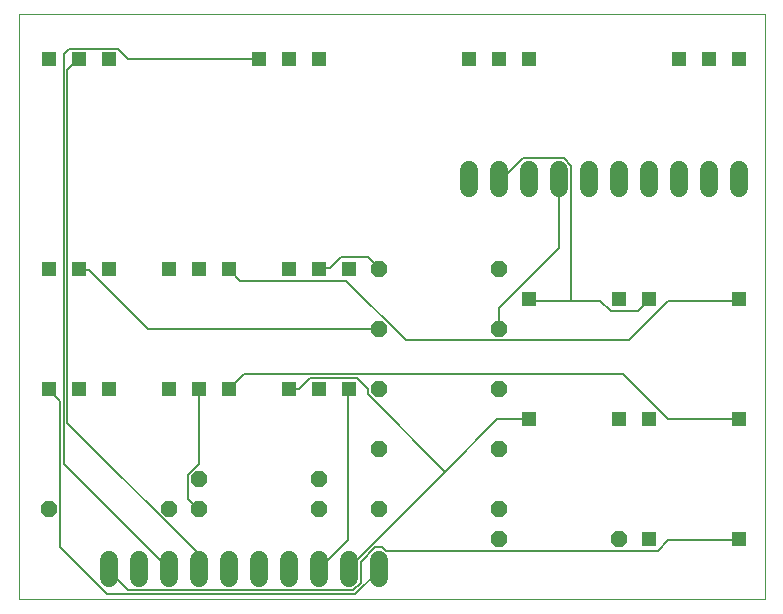
<source format=gbl>
G75*
%MOIN*%
%OFA0B0*%
%FSLAX25Y25*%
%IPPOS*%
%LPD*%
%AMOC8*
5,1,8,0,0,1.08239X$1,22.5*
%
%ADD10C,0.00000*%
%ADD11R,0.05150X0.05150*%
%ADD12C,0.06000*%
%ADD13OC8,0.05200*%
%ADD14C,0.00600*%
D10*
X0001000Y0001000D02*
X0001000Y0195961D01*
X0249701Y0195961D01*
X0249701Y0001000D01*
X0001000Y0001000D01*
D11*
X0011000Y0071000D03*
X0021000Y0071000D03*
X0031000Y0071000D03*
X0051000Y0071000D03*
X0061000Y0071000D03*
X0071000Y0071000D03*
X0091000Y0071000D03*
X0101000Y0071000D03*
X0111000Y0071000D03*
X0111000Y0111000D03*
X0101000Y0111000D03*
X0091000Y0111000D03*
X0071000Y0111000D03*
X0061000Y0111000D03*
X0051000Y0111000D03*
X0031000Y0111000D03*
X0021000Y0111000D03*
X0011000Y0111000D03*
X0011000Y0181000D03*
X0021000Y0181000D03*
X0031000Y0181000D03*
X0081000Y0181000D03*
X0091000Y0181000D03*
X0101000Y0181000D03*
X0151000Y0181000D03*
X0161000Y0181000D03*
X0171000Y0181000D03*
X0221000Y0181000D03*
X0231000Y0181000D03*
X0241000Y0181000D03*
X0241000Y0101000D03*
X0211000Y0101000D03*
X0201000Y0101000D03*
X0171000Y0101000D03*
X0171000Y0061000D03*
X0201000Y0061000D03*
X0211000Y0061000D03*
X0241000Y0061000D03*
X0241000Y0021000D03*
X0211000Y0021000D03*
D12*
X0121000Y0014000D02*
X0121000Y0008000D01*
X0111000Y0008000D02*
X0111000Y0014000D01*
X0101000Y0014000D02*
X0101000Y0008000D01*
X0091000Y0008000D02*
X0091000Y0014000D01*
X0081000Y0014000D02*
X0081000Y0008000D01*
X0071000Y0008000D02*
X0071000Y0014000D01*
X0061000Y0014000D02*
X0061000Y0008000D01*
X0051000Y0008000D02*
X0051000Y0014000D01*
X0041000Y0014000D02*
X0041000Y0008000D01*
X0031000Y0008000D02*
X0031000Y0014000D01*
X0151000Y0138000D02*
X0151000Y0144000D01*
X0161000Y0144000D02*
X0161000Y0138000D01*
X0171000Y0138000D02*
X0171000Y0144000D01*
X0181000Y0144000D02*
X0181000Y0138000D01*
X0191000Y0138000D02*
X0191000Y0144000D01*
X0201000Y0144000D02*
X0201000Y0138000D01*
X0211000Y0138000D02*
X0211000Y0144000D01*
X0221000Y0144000D02*
X0221000Y0138000D01*
X0231000Y0138000D02*
X0231000Y0144000D01*
X0241000Y0144000D02*
X0241000Y0138000D01*
D13*
X0161000Y0111000D03*
X0161000Y0091000D03*
X0161000Y0071000D03*
X0161000Y0051000D03*
X0161000Y0031000D03*
X0161000Y0021000D03*
X0201000Y0021000D03*
X0121000Y0031000D03*
X0101000Y0031000D03*
X0101000Y0041000D03*
X0121000Y0051000D03*
X0121000Y0071000D03*
X0121000Y0091000D03*
X0121000Y0111000D03*
X0061000Y0041000D03*
X0061000Y0031000D03*
X0051000Y0031000D03*
X0011000Y0031000D03*
D14*
X0014800Y0018400D02*
X0014800Y0067000D01*
X0011200Y0070600D01*
X0011000Y0071000D01*
X0017200Y0059800D02*
X0017200Y0177400D01*
X0020800Y0181000D01*
X0021000Y0181000D01*
X0017800Y0184600D02*
X0016000Y0182800D01*
X0016000Y0046000D01*
X0051000Y0011000D01*
X0061000Y0011000D02*
X0061000Y0016000D01*
X0017200Y0059800D01*
X0044200Y0091000D02*
X0121000Y0091000D01*
X0130000Y0087400D02*
X0110200Y0107200D01*
X0074800Y0107200D01*
X0071000Y0111000D01*
X0044200Y0091000D02*
X0024400Y0110800D01*
X0021400Y0110800D01*
X0021000Y0111000D01*
X0061000Y0071000D02*
X0061000Y0046000D01*
X0057400Y0042400D01*
X0057400Y0034600D01*
X0061000Y0031000D01*
X0037600Y0004000D02*
X0031000Y0010600D01*
X0031000Y0011000D01*
X0037600Y0004000D02*
X0112600Y0004000D01*
X0115000Y0006400D01*
X0115000Y0013600D01*
X0119800Y0018400D01*
X0122200Y0018400D01*
X0123400Y0017200D01*
X0214000Y0017200D01*
X0217600Y0020800D01*
X0241000Y0020800D01*
X0241000Y0021000D01*
X0241000Y0061000D02*
X0217600Y0061000D01*
X0202600Y0076000D01*
X0076000Y0076000D01*
X0071000Y0071000D01*
X0091000Y0071200D02*
X0091000Y0071000D01*
X0091000Y0071200D02*
X0094600Y0071200D01*
X0098200Y0074800D01*
X0113800Y0074800D01*
X0117400Y0071200D01*
X0117400Y0069400D01*
X0143200Y0043600D01*
X0113800Y0014200D01*
X0113800Y0013600D01*
X0111400Y0011200D01*
X0111000Y0011000D01*
X0113200Y0002800D02*
X0030400Y0002800D01*
X0014800Y0018400D01*
X0101000Y0011000D02*
X0110800Y0020800D01*
X0110800Y0070600D01*
X0111000Y0071000D01*
X0130000Y0087400D02*
X0204400Y0087400D01*
X0217600Y0100600D01*
X0241000Y0100600D01*
X0241000Y0101000D01*
X0211000Y0101000D02*
X0211000Y0100600D01*
X0207400Y0097000D01*
X0198400Y0097000D01*
X0194800Y0100600D01*
X0185200Y0100600D01*
X0185200Y0145600D01*
X0182800Y0148000D01*
X0169000Y0148000D01*
X0162400Y0141400D01*
X0161200Y0141400D01*
X0161000Y0141000D01*
X0181000Y0141000D02*
X0181000Y0118000D01*
X0161200Y0098200D01*
X0161200Y0091000D01*
X0161000Y0091000D01*
X0171000Y0101000D02*
X0171400Y0100600D01*
X0185200Y0100600D01*
X0171000Y0061000D02*
X0160600Y0061000D01*
X0143200Y0043600D01*
X0121000Y0011000D02*
X0121000Y0010600D01*
X0113200Y0002800D01*
X0121000Y0111000D02*
X0121000Y0111400D01*
X0117400Y0115000D01*
X0108400Y0115000D01*
X0104800Y0111400D01*
X0101200Y0111400D01*
X0101000Y0111000D01*
X0081000Y0181000D02*
X0037600Y0181000D01*
X0034000Y0184600D01*
X0017800Y0184600D01*
M02*

</source>
